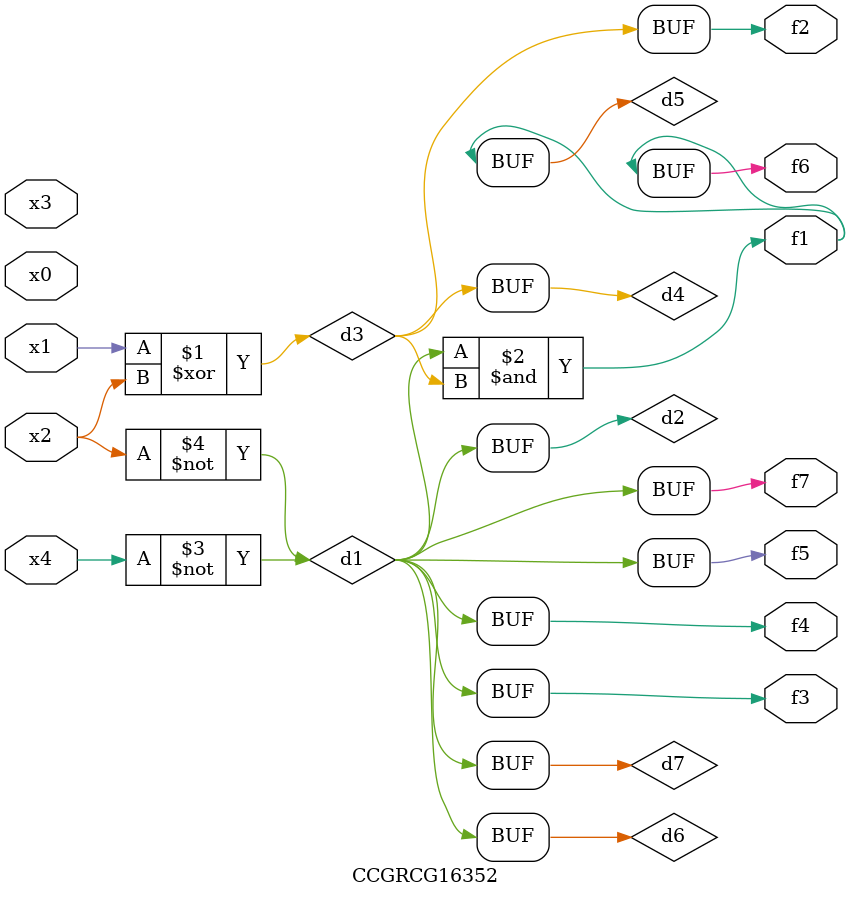
<source format=v>
module CCGRCG16352(
	input x0, x1, x2, x3, x4,
	output f1, f2, f3, f4, f5, f6, f7
);

	wire d1, d2, d3, d4, d5, d6, d7;

	not (d1, x4);
	not (d2, x2);
	xor (d3, x1, x2);
	buf (d4, d3);
	and (d5, d1, d3);
	buf (d6, d1, d2);
	buf (d7, d2);
	assign f1 = d5;
	assign f2 = d4;
	assign f3 = d7;
	assign f4 = d7;
	assign f5 = d7;
	assign f6 = d5;
	assign f7 = d7;
endmodule

</source>
